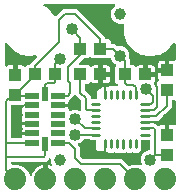
<source format=gbr>
G04 EAGLE Gerber RS-274X export*
G75*
%MOMM*%
%FSLAX34Y34*%
%LPD*%
%INTop Copper*%
%IPPOS*%
%AMOC8*
5,1,8,0,0,1.08239X$1,22.5*%
G01*
%ADD10R,1.200000X0.500000*%
%ADD11R,0.500000X1.200000*%
%ADD12R,1.000000X1.100000*%
%ADD13R,1.100000X1.000000*%
%ADD14C,1.879600*%
%ADD15C,0.279400*%
%ADD16C,1.000000*%
%ADD17C,1.016000*%
%ADD18C,0.203200*%

G36*
X131936Y90746D02*
X131936Y90746D01*
X132022Y90743D01*
X132077Y90758D01*
X132134Y90763D01*
X132214Y90794D01*
X132297Y90815D01*
X132346Y90844D01*
X132399Y90865D01*
X132468Y90917D01*
X132542Y90961D01*
X132581Y91002D01*
X132626Y91036D01*
X132678Y91105D01*
X132736Y91168D01*
X132762Y91218D01*
X132796Y91264D01*
X132827Y91345D01*
X132866Y91421D01*
X132874Y91470D01*
X132897Y91530D01*
X132908Y91675D01*
X132921Y91752D01*
X132921Y94783D01*
X134300Y96161D01*
X134335Y96208D01*
X134377Y96248D01*
X134420Y96321D01*
X134471Y96388D01*
X134492Y96443D01*
X134521Y96494D01*
X134542Y96575D01*
X134572Y96654D01*
X134577Y96713D01*
X134591Y96769D01*
X134588Y96853D01*
X134595Y96937D01*
X134584Y96995D01*
X134582Y97053D01*
X134556Y97133D01*
X134540Y97216D01*
X134513Y97268D01*
X134495Y97324D01*
X134455Y97380D01*
X134409Y97469D01*
X134340Y97541D01*
X134300Y97597D01*
X133937Y97960D01*
X133602Y98539D01*
X133429Y99186D01*
X133429Y102989D01*
X139954Y102989D01*
X140012Y102997D01*
X140070Y102995D01*
X140152Y103017D01*
X140235Y103029D01*
X140289Y103053D01*
X140345Y103067D01*
X140418Y103110D01*
X140495Y103145D01*
X140539Y103183D01*
X140590Y103213D01*
X140647Y103274D01*
X140712Y103329D01*
X140744Y103377D01*
X140784Y103420D01*
X140823Y103495D01*
X140869Y103565D01*
X140887Y103621D01*
X140914Y103673D01*
X140925Y103741D01*
X140955Y103836D01*
X140958Y103936D01*
X140969Y104004D01*
X140969Y105021D01*
X141986Y105021D01*
X142044Y105029D01*
X142102Y105028D01*
X142184Y105049D01*
X142267Y105061D01*
X142321Y105085D01*
X142377Y105099D01*
X142450Y105142D01*
X142527Y105177D01*
X142571Y105215D01*
X142622Y105245D01*
X142679Y105306D01*
X142744Y105361D01*
X142776Y105409D01*
X142816Y105452D01*
X142855Y105527D01*
X142901Y105597D01*
X142919Y105653D01*
X142946Y105705D01*
X142957Y105773D01*
X142987Y105868D01*
X142990Y105968D01*
X143001Y106036D01*
X143001Y113061D01*
X146304Y113061D01*
X147057Y112859D01*
X147106Y112853D01*
X147152Y112838D01*
X147246Y112836D01*
X147339Y112825D01*
X147388Y112832D01*
X147436Y112831D01*
X147527Y112855D01*
X147620Y112870D01*
X147664Y112891D01*
X147711Y112903D01*
X147792Y112951D01*
X147877Y112991D01*
X147914Y113023D01*
X147956Y113048D01*
X148020Y113117D01*
X148091Y113179D01*
X148117Y113220D01*
X148150Y113255D01*
X148193Y113339D01*
X148244Y113418D01*
X148258Y113465D01*
X148280Y113509D01*
X148292Y113582D01*
X148324Y113691D01*
X148325Y113778D01*
X148335Y113840D01*
X148335Y127167D01*
X148325Y127240D01*
X148325Y127314D01*
X148305Y127380D01*
X148295Y127449D01*
X148265Y127516D01*
X148245Y127586D01*
X148208Y127645D01*
X148179Y127708D01*
X148132Y127764D01*
X148092Y127826D01*
X148040Y127872D01*
X147996Y127925D01*
X147934Y127966D01*
X147879Y128015D01*
X147817Y128044D01*
X147759Y128083D01*
X147689Y128105D01*
X147622Y128136D01*
X147554Y128148D01*
X147488Y128168D01*
X147414Y128170D01*
X147342Y128182D01*
X147273Y128174D01*
X147204Y128176D01*
X147133Y128157D01*
X147059Y128148D01*
X146996Y128121D01*
X146929Y128104D01*
X146865Y128066D01*
X146798Y128038D01*
X146753Y127999D01*
X146684Y127959D01*
X146600Y127869D01*
X146542Y127820D01*
X141756Y122115D01*
X134851Y118129D01*
X127000Y116745D01*
X119149Y118129D01*
X112245Y122115D01*
X107120Y128222D01*
X104393Y135714D01*
X104393Y143336D01*
X104385Y143394D01*
X104387Y143452D01*
X104365Y143534D01*
X104353Y143618D01*
X104330Y143671D01*
X104315Y143727D01*
X104272Y143800D01*
X104237Y143877D01*
X104199Y143922D01*
X104170Y143972D01*
X104108Y144030D01*
X104054Y144094D01*
X104005Y144126D01*
X103962Y144166D01*
X103887Y144205D01*
X103817Y144252D01*
X103761Y144269D01*
X103709Y144296D01*
X103641Y144307D01*
X103546Y144337D01*
X103446Y144340D01*
X103378Y144351D01*
X99999Y144351D01*
X97041Y145577D01*
X94777Y147841D01*
X93551Y150799D01*
X93551Y154001D01*
X94777Y156959D01*
X97120Y159302D01*
X97137Y159326D01*
X97160Y159345D01*
X97222Y159439D01*
X97290Y159529D01*
X97301Y159557D01*
X97317Y159581D01*
X97351Y159689D01*
X97392Y159795D01*
X97394Y159824D01*
X97403Y159852D01*
X97406Y159966D01*
X97415Y160078D01*
X97409Y160107D01*
X97410Y160136D01*
X97382Y160246D01*
X97359Y160357D01*
X97346Y160383D01*
X97338Y160411D01*
X97281Y160509D01*
X97228Y160609D01*
X97208Y160631D01*
X97193Y160656D01*
X97111Y160733D01*
X97033Y160815D01*
X97007Y160830D01*
X96986Y160850D01*
X96885Y160902D01*
X96787Y160959D01*
X96759Y160966D01*
X96733Y160980D01*
X96655Y160993D01*
X96512Y161029D01*
X96449Y161027D01*
X96402Y161035D01*
X37449Y161035D01*
X37429Y161033D01*
X37410Y161035D01*
X37289Y161013D01*
X37167Y160995D01*
X37149Y160987D01*
X37130Y160984D01*
X37020Y160929D01*
X36908Y160879D01*
X36893Y160867D01*
X36875Y160858D01*
X36784Y160775D01*
X36691Y160696D01*
X36680Y160679D01*
X36665Y160666D01*
X36601Y160561D01*
X36533Y160459D01*
X36527Y160440D01*
X36517Y160424D01*
X36484Y160305D01*
X36447Y160188D01*
X36447Y160168D01*
X36442Y160149D01*
X36443Y160027D01*
X36440Y159904D01*
X36445Y159885D01*
X36445Y159865D01*
X36481Y159747D01*
X36512Y159629D01*
X36522Y159612D01*
X36528Y159593D01*
X36594Y159490D01*
X36657Y159384D01*
X36671Y159371D01*
X36682Y159354D01*
X36739Y159308D01*
X36864Y159190D01*
X36910Y159166D01*
X36941Y159141D01*
X40156Y157285D01*
X45280Y151178D01*
X45297Y151132D01*
X45361Y151011D01*
X45424Y150890D01*
X45428Y150886D01*
X45430Y150881D01*
X45525Y150783D01*
X45620Y150684D01*
X45625Y150681D01*
X45628Y150677D01*
X45748Y150609D01*
X45865Y150540D01*
X45870Y150538D01*
X45875Y150536D01*
X46010Y150503D01*
X46141Y150470D01*
X46146Y150470D01*
X46151Y150469D01*
X46289Y150474D01*
X46425Y150479D01*
X46430Y150480D01*
X46436Y150481D01*
X46566Y150524D01*
X46695Y150566D01*
X46699Y150569D01*
X46705Y150571D01*
X46939Y150733D01*
X46953Y150750D01*
X46969Y150761D01*
X50248Y154040D01*
X52926Y156719D01*
X64930Y156719D01*
X88765Y132884D01*
X88765Y132254D01*
X88773Y132196D01*
X88771Y132138D01*
X88793Y132056D01*
X88805Y131972D01*
X88828Y131919D01*
X88843Y131863D01*
X88886Y131790D01*
X88921Y131713D01*
X88959Y131668D01*
X88988Y131618D01*
X89050Y131560D01*
X89104Y131496D01*
X89153Y131464D01*
X89196Y131424D01*
X89271Y131385D01*
X89341Y131338D01*
X89397Y131321D01*
X89449Y131294D01*
X89517Y131283D01*
X89612Y131253D01*
X89712Y131250D01*
X89780Y131239D01*
X91463Y131239D01*
X93249Y129453D01*
X93249Y128270D01*
X93257Y128212D01*
X93255Y128154D01*
X93277Y128072D01*
X93289Y127988D01*
X93312Y127935D01*
X93327Y127879D01*
X93370Y127806D01*
X93405Y127729D01*
X93443Y127684D01*
X93472Y127634D01*
X93534Y127576D01*
X93588Y127512D01*
X93637Y127480D01*
X93680Y127440D01*
X93755Y127401D01*
X93825Y127354D01*
X93881Y127337D01*
X93933Y127310D01*
X94001Y127299D01*
X94096Y127269D01*
X94196Y127266D01*
X94264Y127255D01*
X96934Y127255D01*
X98456Y125733D01*
X98457Y125732D01*
X98458Y125731D01*
X98576Y125642D01*
X98683Y125562D01*
X98684Y125561D01*
X98686Y125560D01*
X98819Y125510D01*
X98948Y125461D01*
X98950Y125461D01*
X98952Y125460D01*
X99090Y125449D01*
X99232Y125437D01*
X99233Y125437D01*
X99235Y125437D01*
X99250Y125441D01*
X99429Y125477D01*
X102709Y125477D01*
X105697Y124239D01*
X107983Y121953D01*
X109221Y118965D01*
X109221Y115678D01*
X109220Y115675D01*
X109186Y115543D01*
X109186Y115541D01*
X109185Y115540D01*
X109190Y115397D01*
X109194Y115259D01*
X109194Y115257D01*
X109194Y115255D01*
X109238Y115121D01*
X109281Y114988D01*
X109281Y114986D01*
X109282Y114985D01*
X109291Y114973D01*
X109439Y114752D01*
X109462Y114732D01*
X109475Y114715D01*
X109475Y110664D01*
X109483Y110606D01*
X109481Y110548D01*
X109503Y110466D01*
X109515Y110382D01*
X109538Y110329D01*
X109553Y110273D01*
X109596Y110200D01*
X109631Y110123D01*
X109669Y110078D01*
X109698Y110028D01*
X109760Y109970D01*
X109814Y109906D01*
X109863Y109874D01*
X109906Y109834D01*
X109981Y109795D01*
X110051Y109748D01*
X110107Y109731D01*
X110159Y109704D01*
X110227Y109693D01*
X110322Y109663D01*
X110422Y109660D01*
X110490Y109649D01*
X112563Y109649D01*
X113941Y108270D01*
X113988Y108235D01*
X114028Y108193D01*
X114101Y108150D01*
X114168Y108099D01*
X114223Y108078D01*
X114274Y108049D01*
X114355Y108028D01*
X114434Y107998D01*
X114493Y107993D01*
X114549Y107979D01*
X114633Y107982D01*
X114717Y107975D01*
X114775Y107986D01*
X114833Y107988D01*
X114913Y108014D01*
X114996Y108030D01*
X115048Y108057D01*
X115104Y108075D01*
X115160Y108115D01*
X115249Y108161D01*
X115321Y108230D01*
X115377Y108270D01*
X115740Y108633D01*
X116319Y108968D01*
X116966Y109141D01*
X120769Y109141D01*
X120769Y102616D01*
X120777Y102558D01*
X120775Y102500D01*
X120797Y102418D01*
X120809Y102335D01*
X120833Y102281D01*
X120847Y102225D01*
X120890Y102152D01*
X120925Y102075D01*
X120963Y102031D01*
X120993Y101980D01*
X121054Y101923D01*
X121109Y101858D01*
X121157Y101826D01*
X121200Y101786D01*
X121275Y101747D01*
X121345Y101701D01*
X121401Y101683D01*
X121453Y101656D01*
X121521Y101645D01*
X121616Y101615D01*
X121716Y101612D01*
X121784Y101601D01*
X122801Y101601D01*
X122801Y100584D01*
X122809Y100526D01*
X122808Y100468D01*
X122829Y100386D01*
X122841Y100303D01*
X122865Y100249D01*
X122879Y100193D01*
X122922Y100120D01*
X122957Y100043D01*
X122995Y99998D01*
X123025Y99948D01*
X123086Y99890D01*
X123141Y99826D01*
X123189Y99794D01*
X123232Y99754D01*
X123307Y99715D01*
X123377Y99669D01*
X123433Y99651D01*
X123485Y99624D01*
X123553Y99613D01*
X123648Y99583D01*
X123748Y99580D01*
X123816Y99569D01*
X130841Y99569D01*
X130841Y96266D01*
X130668Y95619D01*
X130333Y95040D01*
X130157Y94864D01*
X130122Y94817D01*
X130080Y94777D01*
X130037Y94704D01*
X129986Y94637D01*
X129966Y94582D01*
X129936Y94532D01*
X129915Y94450D01*
X129885Y94371D01*
X129880Y94313D01*
X129866Y94256D01*
X129869Y94172D01*
X129862Y94088D01*
X129873Y94031D01*
X129875Y93972D01*
X129901Y93892D01*
X129918Y93809D01*
X129944Y93757D01*
X129963Y93702D01*
X130003Y93645D01*
X130048Y93557D01*
X130068Y93537D01*
X130968Y91364D01*
X131012Y91290D01*
X131047Y91211D01*
X131084Y91168D01*
X131113Y91119D01*
X131175Y91060D01*
X131231Y90994D01*
X131278Y90963D01*
X131319Y90924D01*
X131396Y90884D01*
X131467Y90837D01*
X131521Y90819D01*
X131572Y90793D01*
X131656Y90777D01*
X131738Y90751D01*
X131795Y90749D01*
X131851Y90738D01*
X131936Y90746D01*
G37*
G36*
X109136Y24094D02*
X109136Y24094D01*
X109138Y24094D01*
X109154Y24098D01*
X109414Y24150D01*
X109441Y24164D01*
X109465Y24170D01*
X111824Y25147D01*
X116776Y25147D01*
X118264Y24530D01*
X118292Y24523D01*
X118318Y24510D01*
X118430Y24488D01*
X118539Y24459D01*
X118569Y24460D01*
X118597Y24455D01*
X118710Y24464D01*
X118823Y24468D01*
X118851Y24476D01*
X118881Y24479D01*
X118986Y24520D01*
X119094Y24554D01*
X119119Y24570D01*
X119146Y24581D01*
X119236Y24649D01*
X119330Y24712D01*
X119349Y24735D01*
X119373Y24753D01*
X119441Y24843D01*
X119513Y24930D01*
X119525Y24957D01*
X119543Y24980D01*
X119583Y25086D01*
X119629Y25190D01*
X119633Y25219D01*
X119643Y25246D01*
X119652Y25359D01*
X119668Y25471D01*
X119664Y25500D01*
X119666Y25530D01*
X119648Y25606D01*
X119627Y25753D01*
X119601Y25810D01*
X119590Y25857D01*
X118871Y27593D01*
X118871Y30827D01*
X120109Y33815D01*
X122395Y36101D01*
X125383Y37339D01*
X125730Y37339D01*
X125788Y37347D01*
X125846Y37345D01*
X125928Y37367D01*
X126012Y37379D01*
X126065Y37402D01*
X126121Y37417D01*
X126194Y37460D01*
X126271Y37495D01*
X126316Y37533D01*
X126366Y37562D01*
X126424Y37624D01*
X126488Y37678D01*
X126520Y37727D01*
X126560Y37770D01*
X126599Y37845D01*
X126646Y37915D01*
X126663Y37971D01*
X126690Y38023D01*
X126701Y38091D01*
X126731Y38186D01*
X126734Y38286D01*
X126745Y38354D01*
X126745Y45031D01*
X126737Y45089D01*
X126739Y45147D01*
X126717Y45229D01*
X126705Y45313D01*
X126682Y45366D01*
X126667Y45422D01*
X126624Y45495D01*
X126589Y45572D01*
X126551Y45617D01*
X126522Y45667D01*
X126460Y45725D01*
X126406Y45789D01*
X126357Y45821D01*
X126314Y45861D01*
X126239Y45900D01*
X126169Y45947D01*
X126113Y45964D01*
X126061Y45991D01*
X125993Y46002D01*
X125898Y46032D01*
X125798Y46035D01*
X125730Y46046D01*
X120069Y46046D01*
X120011Y46038D01*
X119953Y46040D01*
X119871Y46018D01*
X119787Y46006D01*
X119734Y45983D01*
X119678Y45968D01*
X119605Y45925D01*
X119528Y45890D01*
X119483Y45852D01*
X119433Y45823D01*
X119375Y45761D01*
X119311Y45707D01*
X119279Y45658D01*
X119239Y45615D01*
X119200Y45540D01*
X119153Y45470D01*
X119136Y45414D01*
X119109Y45362D01*
X119098Y45294D01*
X119068Y45199D01*
X119065Y45099D01*
X119054Y45031D01*
X119054Y37848D01*
X116450Y35244D01*
X112766Y35244D01*
X112699Y35312D01*
X112652Y35347D01*
X112612Y35389D01*
X112539Y35432D01*
X112472Y35483D01*
X112417Y35504D01*
X112367Y35533D01*
X112285Y35554D01*
X112206Y35584D01*
X112148Y35589D01*
X112091Y35603D01*
X112007Y35601D01*
X111923Y35608D01*
X111865Y35596D01*
X111807Y35594D01*
X111727Y35568D01*
X111644Y35552D01*
X111592Y35525D01*
X111536Y35507D01*
X111480Y35467D01*
X111392Y35421D01*
X111319Y35352D01*
X111263Y35312D01*
X111195Y35244D01*
X107502Y35244D01*
X107485Y35262D01*
X107412Y35305D01*
X107345Y35356D01*
X107290Y35377D01*
X107240Y35406D01*
X107158Y35427D01*
X107079Y35457D01*
X107021Y35462D01*
X106964Y35476D01*
X106880Y35474D01*
X106796Y35481D01*
X106738Y35469D01*
X106680Y35467D01*
X106600Y35441D01*
X106517Y35425D01*
X106465Y35398D01*
X106409Y35380D01*
X106353Y35340D01*
X106265Y35294D01*
X106192Y35225D01*
X106136Y35185D01*
X105941Y34990D01*
X102258Y34990D01*
X102191Y35058D01*
X102144Y35093D01*
X102104Y35136D01*
X102031Y35178D01*
X101964Y35229D01*
X101909Y35250D01*
X101858Y35279D01*
X101777Y35300D01*
X101698Y35330D01*
X101640Y35335D01*
X101583Y35349D01*
X101499Y35347D01*
X101415Y35354D01*
X101357Y35342D01*
X101299Y35340D01*
X101219Y35314D01*
X101136Y35298D01*
X101084Y35271D01*
X101028Y35253D01*
X101016Y35244D01*
X97258Y35244D01*
X97191Y35312D01*
X97144Y35347D01*
X97104Y35389D01*
X97031Y35432D01*
X96964Y35483D01*
X96909Y35504D01*
X96859Y35533D01*
X96777Y35554D01*
X96698Y35584D01*
X96640Y35589D01*
X96583Y35603D01*
X96499Y35601D01*
X96415Y35608D01*
X96357Y35596D01*
X96299Y35594D01*
X96219Y35568D01*
X96136Y35552D01*
X96084Y35525D01*
X96028Y35507D01*
X95972Y35467D01*
X95884Y35421D01*
X95811Y35352D01*
X95755Y35312D01*
X95687Y35244D01*
X92005Y35244D01*
X91370Y35878D01*
X91316Y35919D01*
X91268Y35968D01*
X91203Y36004D01*
X91143Y36049D01*
X91079Y36074D01*
X91020Y36107D01*
X90948Y36124D01*
X90878Y36150D01*
X90810Y36156D01*
X90743Y36172D01*
X90669Y36168D01*
X90594Y36174D01*
X90527Y36161D01*
X90459Y36157D01*
X90401Y36135D01*
X90316Y36118D01*
X90214Y36066D01*
X90145Y36040D01*
X90112Y36021D01*
X89603Y35884D01*
X89606Y35913D01*
X89583Y36024D01*
X89568Y36136D01*
X89556Y36163D01*
X89550Y36192D01*
X89498Y36292D01*
X89451Y36396D01*
X89432Y36418D01*
X89419Y36444D01*
X89341Y36526D01*
X89268Y36613D01*
X89243Y36629D01*
X89223Y36650D01*
X89125Y36708D01*
X89031Y36770D01*
X89003Y36779D01*
X88978Y36794D01*
X88868Y36822D01*
X88760Y36856D01*
X88731Y36857D01*
X88702Y36864D01*
X88589Y36860D01*
X88476Y36863D01*
X88447Y36856D01*
X88418Y36855D01*
X88310Y36820D01*
X88201Y36792D01*
X88176Y36777D01*
X88148Y36768D01*
X88084Y36722D01*
X87956Y36646D01*
X87913Y36601D01*
X87874Y36573D01*
X87874Y36572D01*
X87821Y36503D01*
X87761Y36439D01*
X87736Y36389D01*
X87703Y36345D01*
X87672Y36264D01*
X87632Y36186D01*
X87624Y36138D01*
X87602Y36080D01*
X87590Y35932D01*
X87582Y35884D01*
X87072Y36021D01*
X86787Y36185D01*
X86697Y36222D01*
X86610Y36266D01*
X86571Y36272D01*
X86523Y36292D01*
X86352Y36309D01*
X86279Y36321D01*
X82557Y36321D01*
X80771Y38107D01*
X80771Y45031D01*
X80763Y45089D01*
X80765Y45147D01*
X80743Y45229D01*
X80731Y45313D01*
X80708Y45366D01*
X80693Y45422D01*
X80650Y45495D01*
X80615Y45572D01*
X80577Y45617D01*
X80548Y45667D01*
X80486Y45725D01*
X80432Y45789D01*
X80383Y45821D01*
X80340Y45861D01*
X80265Y45900D01*
X80195Y45947D01*
X80139Y45964D01*
X80087Y45991D01*
X80019Y46002D01*
X79924Y46032D01*
X79824Y46035D01*
X79756Y46046D01*
X75948Y46046D01*
X75865Y46130D01*
X75795Y46182D01*
X75731Y46242D01*
X75682Y46268D01*
X75638Y46301D01*
X75556Y46332D01*
X75478Y46372D01*
X75430Y46380D01*
X75372Y46402D01*
X75224Y46414D01*
X75147Y46427D01*
X70636Y46427D01*
X70634Y46427D01*
X70632Y46427D01*
X70492Y46407D01*
X70354Y46387D01*
X70353Y46387D01*
X70351Y46386D01*
X70221Y46328D01*
X70095Y46271D01*
X70094Y46270D01*
X70092Y46269D01*
X69983Y46177D01*
X69878Y46088D01*
X69877Y46086D01*
X69876Y46085D01*
X69867Y46071D01*
X69829Y46014D01*
X67470Y43655D01*
X66203Y43130D01*
X66104Y43072D01*
X66002Y43019D01*
X65982Y43000D01*
X65958Y42986D01*
X65880Y42902D01*
X65796Y42823D01*
X65782Y42799D01*
X65763Y42779D01*
X65711Y42677D01*
X65653Y42578D01*
X65646Y42551D01*
X65633Y42526D01*
X65611Y42413D01*
X65583Y42302D01*
X65583Y42275D01*
X65578Y42247D01*
X65588Y42133D01*
X65592Y42018D01*
X65600Y41992D01*
X65603Y41964D01*
X65644Y41857D01*
X65679Y41748D01*
X65694Y41727D01*
X65705Y41699D01*
X65849Y41508D01*
X65850Y41507D01*
X65865Y41487D01*
X65874Y41474D01*
X67565Y39784D01*
X67565Y32584D01*
X67577Y32498D01*
X67580Y32410D01*
X67597Y32358D01*
X67605Y32303D01*
X67640Y32223D01*
X67667Y32140D01*
X67695Y32100D01*
X67721Y32043D01*
X67817Y31930D01*
X67862Y31866D01*
X69966Y29762D01*
X70036Y29710D01*
X70100Y29650D01*
X70149Y29624D01*
X70194Y29591D01*
X70275Y29560D01*
X70353Y29520D01*
X70401Y29512D01*
X70459Y29490D01*
X70607Y29478D01*
X70684Y29465D01*
X103284Y29465D01*
X108359Y24390D01*
X108360Y24389D01*
X108361Y24387D01*
X108480Y24299D01*
X108586Y24219D01*
X108587Y24218D01*
X108589Y24217D01*
X108722Y24167D01*
X108852Y24118D01*
X108853Y24117D01*
X108855Y24117D01*
X108999Y24105D01*
X109135Y24094D01*
X109136Y24094D01*
G37*
G36*
X81084Y80962D02*
X81084Y80962D01*
X81142Y80960D01*
X81224Y80982D01*
X81308Y80994D01*
X81361Y81017D01*
X81417Y81032D01*
X81490Y81075D01*
X81567Y81110D01*
X81612Y81148D01*
X81662Y81177D01*
X81720Y81239D01*
X81784Y81293D01*
X81816Y81342D01*
X81856Y81385D01*
X81895Y81460D01*
X81942Y81530D01*
X81959Y81586D01*
X81986Y81638D01*
X81997Y81706D01*
X82027Y81801D01*
X82030Y81901D01*
X82041Y81969D01*
X82041Y87623D01*
X83827Y89409D01*
X84701Y89409D01*
X84788Y89421D01*
X84875Y89424D01*
X84928Y89441D01*
X84983Y89449D01*
X85063Y89484D01*
X85146Y89511D01*
X85185Y89539D01*
X85242Y89565D01*
X85356Y89661D01*
X85419Y89706D01*
X86174Y90461D01*
X87072Y90979D01*
X87577Y91115D01*
X87577Y89875D01*
X87589Y89789D01*
X87592Y89701D01*
X87609Y89649D01*
X87616Y89594D01*
X87652Y89514D01*
X87679Y89431D01*
X87707Y89392D01*
X87733Y89335D01*
X87829Y89221D01*
X87874Y89158D01*
X87874Y89157D01*
X87898Y89140D01*
X87916Y89118D01*
X87917Y89117D01*
X88011Y89054D01*
X88101Y88986D01*
X88129Y88976D01*
X88153Y88960D01*
X88261Y88925D01*
X88367Y88885D01*
X88396Y88883D01*
X88424Y88874D01*
X88538Y88871D01*
X88650Y88862D01*
X88679Y88867D01*
X88708Y88867D01*
X88818Y88895D01*
X88929Y88917D01*
X88955Y88931D01*
X88984Y88938D01*
X89081Y88996D01*
X89181Y89048D01*
X89203Y89069D01*
X89228Y89084D01*
X89305Y89166D01*
X89388Y89244D01*
X89402Y89270D01*
X89422Y89291D01*
X89474Y89392D01*
X89531Y89490D01*
X89539Y89518D01*
X89552Y89544D01*
X89565Y89621D01*
X89601Y89765D01*
X89599Y89828D01*
X89607Y89875D01*
X89607Y91115D01*
X90112Y90979D01*
X90145Y90960D01*
X90208Y90935D01*
X90267Y90900D01*
X90339Y90882D01*
X90409Y90854D01*
X90476Y90847D01*
X90542Y90830D01*
X90617Y90833D01*
X90691Y90825D01*
X90758Y90837D01*
X90827Y90839D01*
X90898Y90862D01*
X90971Y90876D01*
X91032Y90906D01*
X91097Y90927D01*
X91148Y90963D01*
X91226Y91002D01*
X91310Y91079D01*
X91370Y91122D01*
X92005Y91756D01*
X95688Y91756D01*
X95755Y91688D01*
X95802Y91653D01*
X95842Y91611D01*
X95915Y91568D01*
X95982Y91517D01*
X96037Y91496D01*
X96087Y91467D01*
X96169Y91446D01*
X96248Y91416D01*
X96306Y91411D01*
X96363Y91397D01*
X96447Y91399D01*
X96531Y91392D01*
X96589Y91404D01*
X96647Y91406D01*
X96727Y91432D01*
X96810Y91448D01*
X96862Y91475D01*
X96918Y91493D01*
X96974Y91533D01*
X97062Y91579D01*
X97135Y91648D01*
X97191Y91688D01*
X97259Y91756D01*
X98382Y91756D01*
X98411Y91760D01*
X98440Y91757D01*
X98551Y91780D01*
X98663Y91796D01*
X98690Y91808D01*
X98719Y91813D01*
X98819Y91866D01*
X98923Y91912D01*
X98945Y91931D01*
X98971Y91944D01*
X99053Y92022D01*
X99140Y92095D01*
X99156Y92120D01*
X99177Y92140D01*
X99234Y92238D01*
X99297Y92332D01*
X99306Y92360D01*
X99321Y92385D01*
X99349Y92495D01*
X99383Y92603D01*
X99384Y92633D01*
X99391Y92661D01*
X99387Y92774D01*
X99390Y92887D01*
X99383Y92916D01*
X99382Y92945D01*
X99347Y93053D01*
X99318Y93162D01*
X99303Y93188D01*
X99294Y93216D01*
X99249Y93279D01*
X99173Y93407D01*
X99128Y93450D01*
X99100Y93489D01*
X97251Y95337D01*
X97251Y107863D01*
X97787Y108399D01*
X97856Y108491D01*
X97930Y108579D01*
X97942Y108604D01*
X97958Y108626D01*
X97999Y108734D01*
X98046Y108838D01*
X98050Y108866D01*
X98059Y108892D01*
X98069Y109006D01*
X98085Y109120D01*
X98081Y109147D01*
X98083Y109175D01*
X98060Y109288D01*
X98044Y109401D01*
X98033Y109427D01*
X98027Y109454D01*
X97974Y109556D01*
X97927Y109660D01*
X97909Y109681D01*
X97896Y109706D01*
X97817Y109789D01*
X97743Y109877D01*
X97721Y109890D01*
X97700Y109912D01*
X97471Y110047D01*
X97458Y110055D01*
X96487Y110457D01*
X94201Y112743D01*
X93278Y114971D01*
X93220Y115070D01*
X93167Y115172D01*
X93148Y115192D01*
X93134Y115216D01*
X93050Y115295D01*
X92971Y115378D01*
X92947Y115392D01*
X92927Y115411D01*
X92825Y115464D01*
X92726Y115522D01*
X92699Y115529D01*
X92674Y115541D01*
X92562Y115564D01*
X92450Y115592D01*
X92422Y115591D01*
X92395Y115596D01*
X92281Y115587D01*
X92166Y115583D01*
X92140Y115574D01*
X92112Y115572D01*
X92005Y115531D01*
X91895Y115495D01*
X91875Y115481D01*
X91847Y115470D01*
X91635Y115310D01*
X91622Y115301D01*
X91463Y115141D01*
X77937Y115141D01*
X76918Y116161D01*
X76871Y116196D01*
X76831Y116238D01*
X76758Y116281D01*
X76691Y116331D01*
X76636Y116352D01*
X76586Y116382D01*
X76504Y116403D01*
X76425Y116433D01*
X76367Y116438D01*
X76310Y116452D01*
X76226Y116449D01*
X76142Y116456D01*
X76084Y116445D01*
X76026Y116443D01*
X75946Y116417D01*
X75863Y116400D01*
X75811Y116373D01*
X75755Y116355D01*
X75699Y116315D01*
X75611Y116269D01*
X75538Y116201D01*
X75482Y116161D01*
X74463Y115141D01*
X71018Y115141D01*
X70932Y115129D01*
X70844Y115126D01*
X70792Y115109D01*
X70737Y115101D01*
X70657Y115066D01*
X70574Y115039D01*
X70534Y115011D01*
X70477Y114985D01*
X70364Y114889D01*
X70300Y114844D01*
X66838Y111382D01*
X66821Y111358D01*
X66798Y111339D01*
X66735Y111245D01*
X66667Y111155D01*
X66657Y111127D01*
X66641Y111103D01*
X66606Y110995D01*
X66566Y110889D01*
X66564Y110860D01*
X66555Y110832D01*
X66552Y110718D01*
X66543Y110606D01*
X66548Y110577D01*
X66548Y110548D01*
X66576Y110438D01*
X66598Y110327D01*
X66612Y110301D01*
X66619Y110273D01*
X66677Y110175D01*
X66729Y110075D01*
X66750Y110053D01*
X66765Y110028D01*
X66847Y109951D01*
X66925Y109869D01*
X66951Y109854D01*
X66972Y109834D01*
X67073Y109782D01*
X67171Y109725D01*
X67199Y109718D01*
X67225Y109704D01*
X67302Y109691D01*
X67446Y109655D01*
X67509Y109657D01*
X67556Y109649D01*
X74463Y109649D01*
X75841Y108270D01*
X75888Y108235D01*
X75928Y108193D01*
X76001Y108150D01*
X76068Y108099D01*
X76123Y108078D01*
X76174Y108049D01*
X76255Y108028D01*
X76334Y107998D01*
X76393Y107993D01*
X76449Y107979D01*
X76533Y107982D01*
X76617Y107975D01*
X76675Y107986D01*
X76733Y107988D01*
X76813Y108014D01*
X76896Y108030D01*
X76948Y108057D01*
X77004Y108075D01*
X77060Y108115D01*
X77149Y108161D01*
X77221Y108230D01*
X77277Y108270D01*
X77640Y108633D01*
X78219Y108968D01*
X78866Y109141D01*
X82669Y109141D01*
X82669Y102616D01*
X82677Y102558D01*
X82675Y102500D01*
X82697Y102418D01*
X82709Y102335D01*
X82733Y102281D01*
X82747Y102225D01*
X82790Y102152D01*
X82825Y102075D01*
X82863Y102031D01*
X82893Y101980D01*
X82954Y101923D01*
X83009Y101858D01*
X83057Y101826D01*
X83100Y101786D01*
X83175Y101747D01*
X83245Y101701D01*
X83301Y101683D01*
X83353Y101656D01*
X83421Y101645D01*
X83516Y101615D01*
X83616Y101612D01*
X83684Y101601D01*
X84701Y101601D01*
X84701Y101599D01*
X83684Y101599D01*
X83626Y101591D01*
X83568Y101592D01*
X83486Y101571D01*
X83403Y101559D01*
X83349Y101535D01*
X83293Y101521D01*
X83220Y101478D01*
X83143Y101443D01*
X83098Y101405D01*
X83048Y101375D01*
X82990Y101314D01*
X82926Y101259D01*
X82894Y101211D01*
X82854Y101168D01*
X82815Y101093D01*
X82769Y101023D01*
X82751Y100967D01*
X82724Y100915D01*
X82713Y100847D01*
X82683Y100752D01*
X82680Y100652D01*
X82669Y100584D01*
X82669Y94059D01*
X78866Y94059D01*
X78219Y94232D01*
X77640Y94567D01*
X77277Y94930D01*
X77230Y94965D01*
X77190Y95007D01*
X77117Y95050D01*
X77050Y95101D01*
X76995Y95122D01*
X76945Y95151D01*
X76863Y95172D01*
X76784Y95202D01*
X76726Y95207D01*
X76669Y95221D01*
X76585Y95218D01*
X76501Y95225D01*
X76444Y95214D01*
X76385Y95212D01*
X76305Y95186D01*
X76222Y95170D01*
X76170Y95143D01*
X76115Y95125D01*
X76058Y95084D01*
X75970Y95039D01*
X75898Y94970D01*
X75841Y94930D01*
X74463Y93551D01*
X72780Y93551D01*
X72722Y93543D01*
X72664Y93545D01*
X72582Y93523D01*
X72498Y93511D01*
X72445Y93488D01*
X72389Y93473D01*
X72316Y93430D01*
X72239Y93395D01*
X72194Y93357D01*
X72144Y93328D01*
X72086Y93266D01*
X72022Y93212D01*
X71990Y93163D01*
X71950Y93120D01*
X71911Y93045D01*
X71864Y92975D01*
X71847Y92919D01*
X71820Y92867D01*
X71809Y92799D01*
X71779Y92704D01*
X71776Y92604D01*
X71765Y92536D01*
X71765Y88074D01*
X71777Y87988D01*
X71780Y87900D01*
X71797Y87848D01*
X71805Y87793D01*
X71840Y87713D01*
X71867Y87630D01*
X71895Y87590D01*
X71921Y87533D01*
X72017Y87420D01*
X72062Y87356D01*
X76328Y83091D01*
X76328Y81969D01*
X76336Y81911D01*
X76334Y81853D01*
X76356Y81771D01*
X76368Y81687D01*
X76391Y81634D01*
X76406Y81578D01*
X76449Y81505D01*
X76484Y81428D01*
X76522Y81383D01*
X76551Y81333D01*
X76613Y81275D01*
X76667Y81211D01*
X76716Y81179D01*
X76759Y81139D01*
X76834Y81100D01*
X76904Y81053D01*
X76960Y81036D01*
X77012Y81009D01*
X77080Y80998D01*
X77175Y80968D01*
X77275Y80965D01*
X77343Y80954D01*
X81026Y80954D01*
X81084Y80962D01*
G37*
G36*
X13774Y101219D02*
X13774Y101219D01*
X13832Y101218D01*
X13914Y101239D01*
X13997Y101251D01*
X14051Y101275D01*
X14107Y101289D01*
X14180Y101332D01*
X14257Y101367D01*
X14301Y101405D01*
X14352Y101435D01*
X14409Y101496D01*
X14474Y101551D01*
X14506Y101599D01*
X14546Y101642D01*
X14585Y101717D01*
X14631Y101787D01*
X14649Y101843D01*
X14676Y101895D01*
X14687Y101963D01*
X14717Y102058D01*
X14720Y102158D01*
X14731Y102226D01*
X14731Y109251D01*
X18034Y109251D01*
X18681Y109078D01*
X19260Y108743D01*
X19748Y108255D01*
X19756Y108240D01*
X19820Y108172D01*
X19878Y108098D01*
X19918Y108070D01*
X19951Y108034D01*
X20032Y107987D01*
X20108Y107932D01*
X20155Y107915D01*
X20197Y107890D01*
X20287Y107867D01*
X20376Y107836D01*
X20425Y107832D01*
X20472Y107820D01*
X20566Y107823D01*
X20660Y107817D01*
X20707Y107828D01*
X20756Y107829D01*
X20846Y107858D01*
X20937Y107878D01*
X20980Y107902D01*
X21027Y107917D01*
X21087Y107960D01*
X21187Y108014D01*
X21249Y108075D01*
X21300Y108112D01*
X22837Y109649D01*
X24520Y109649D01*
X24578Y109657D01*
X24636Y109655D01*
X24718Y109677D01*
X24802Y109689D01*
X24855Y109712D01*
X24911Y109727D01*
X24984Y109770D01*
X25061Y109805D01*
X25106Y109843D01*
X25156Y109872D01*
X25214Y109934D01*
X25278Y109988D01*
X25310Y110037D01*
X25350Y110080D01*
X25389Y110155D01*
X25436Y110225D01*
X25453Y110281D01*
X25480Y110333D01*
X25491Y110401D01*
X25521Y110496D01*
X25524Y110596D01*
X25534Y110658D01*
X30676Y115799D01*
X30747Y115893D01*
X30822Y115984D01*
X30832Y116007D01*
X30847Y116027D01*
X30889Y116137D01*
X30936Y116244D01*
X30939Y116269D01*
X30948Y116292D01*
X30958Y116409D01*
X30973Y116526D01*
X30970Y116551D01*
X30972Y116576D01*
X30949Y116691D01*
X30931Y116807D01*
X30921Y116830D01*
X30916Y116854D01*
X30862Y116958D01*
X30813Y117066D01*
X30796Y117085D01*
X30785Y117107D01*
X30704Y117192D01*
X30627Y117281D01*
X30606Y117295D01*
X30589Y117313D01*
X30487Y117372D01*
X30389Y117437D01*
X30365Y117444D01*
X30344Y117457D01*
X30230Y117485D01*
X30118Y117520D01*
X30095Y117520D01*
X30068Y117527D01*
X29784Y117518D01*
X29783Y117517D01*
X29782Y117517D01*
X25400Y116745D01*
X17549Y118129D01*
X10645Y122115D01*
X5858Y127820D01*
X5803Y127869D01*
X5755Y127925D01*
X5698Y127964D01*
X5646Y128010D01*
X5580Y128042D01*
X5519Y128083D01*
X5453Y128104D01*
X5390Y128134D01*
X5318Y128146D01*
X5248Y128168D01*
X5179Y128170D01*
X5110Y128182D01*
X5037Y128174D01*
X4964Y128176D01*
X4897Y128158D01*
X4828Y128151D01*
X4760Y128123D01*
X4689Y128104D01*
X4629Y128069D01*
X4565Y128042D01*
X4507Y127996D01*
X4444Y127959D01*
X4397Y127908D01*
X4343Y127865D01*
X4300Y127805D01*
X4250Y127751D01*
X4218Y127690D01*
X4178Y127633D01*
X4154Y127564D01*
X4120Y127498D01*
X4110Y127440D01*
X4084Y127365D01*
X4077Y127243D01*
X4065Y127167D01*
X4065Y109119D01*
X4069Y109090D01*
X4066Y109061D01*
X4071Y109035D01*
X4071Y109033D01*
X4073Y109026D01*
X4089Y108950D01*
X4105Y108837D01*
X4117Y108811D01*
X4122Y108782D01*
X4174Y108681D01*
X4221Y108578D01*
X4240Y108556D01*
X4253Y108530D01*
X4331Y108447D01*
X4404Y108361D01*
X4429Y108345D01*
X4449Y108323D01*
X4547Y108266D01*
X4641Y108203D01*
X4669Y108195D01*
X4694Y108180D01*
X4804Y108152D01*
X4912Y108118D01*
X4941Y108117D01*
X4970Y108110D01*
X5083Y108113D01*
X5196Y108110D01*
X5225Y108118D01*
X5254Y108119D01*
X5362Y108154D01*
X5471Y108182D01*
X5497Y108197D01*
X5525Y108206D01*
X5589Y108252D01*
X5716Y108327D01*
X5759Y108373D01*
X5798Y108401D01*
X6140Y108743D01*
X6719Y109078D01*
X7366Y109251D01*
X10669Y109251D01*
X10669Y102226D01*
X10677Y102168D01*
X10675Y102110D01*
X10697Y102028D01*
X10709Y101945D01*
X10733Y101891D01*
X10747Y101835D01*
X10790Y101762D01*
X10825Y101685D01*
X10863Y101640D01*
X10893Y101590D01*
X10954Y101533D01*
X11009Y101468D01*
X11057Y101436D01*
X11100Y101396D01*
X11175Y101357D01*
X11245Y101311D01*
X11301Y101293D01*
X11353Y101266D01*
X11421Y101255D01*
X11516Y101225D01*
X11616Y101222D01*
X11684Y101211D01*
X13716Y101211D01*
X13774Y101219D01*
G37*
G36*
X17602Y47573D02*
X17602Y47573D01*
X17660Y47571D01*
X17742Y47593D01*
X17826Y47605D01*
X17879Y47628D01*
X17935Y47643D01*
X18008Y47686D01*
X18085Y47721D01*
X18130Y47759D01*
X18180Y47788D01*
X18238Y47850D01*
X18302Y47904D01*
X18334Y47953D01*
X18374Y47996D01*
X18413Y48071D01*
X18460Y48141D01*
X18477Y48197D01*
X18504Y48249D01*
X18515Y48317D01*
X18545Y48412D01*
X18548Y48512D01*
X18559Y48580D01*
X18559Y50251D01*
X23632Y50251D01*
X23661Y50255D01*
X23690Y50252D01*
X23801Y50275D01*
X23913Y50291D01*
X23940Y50302D01*
X23969Y50308D01*
X24069Y50361D01*
X24173Y50407D01*
X24195Y50426D01*
X24221Y50439D01*
X24303Y50517D01*
X24390Y50590D01*
X24406Y50615D01*
X24427Y50635D01*
X24484Y50733D01*
X24547Y50827D01*
X24556Y50855D01*
X24571Y50880D01*
X24599Y50990D01*
X24633Y51098D01*
X24634Y51128D01*
X24641Y51156D01*
X24637Y51269D01*
X24640Y51382D01*
X24633Y51411D01*
X24632Y51440D01*
X24597Y51548D01*
X24568Y51657D01*
X24554Y51682D01*
X24544Y51711D01*
X24499Y51774D01*
X24423Y51902D01*
X24410Y51914D01*
X24409Y51916D01*
X24376Y51947D01*
X24350Y51984D01*
X23882Y52452D01*
X23812Y52505D01*
X23748Y52564D01*
X23699Y52590D01*
X23654Y52623D01*
X23573Y52654D01*
X23495Y52694D01*
X23447Y52702D01*
X23389Y52724D01*
X23241Y52736D01*
X23164Y52749D01*
X18559Y52749D01*
X18559Y54334D01*
X18732Y54981D01*
X18739Y54992D01*
X18768Y55065D01*
X18806Y55133D01*
X18821Y55196D01*
X18845Y55256D01*
X18853Y55334D01*
X18871Y55409D01*
X18868Y55474D01*
X18874Y55539D01*
X18861Y55615D01*
X18857Y55693D01*
X18837Y55745D01*
X18824Y55818D01*
X18766Y55935D01*
X18739Y56008D01*
X18732Y56019D01*
X18559Y56666D01*
X18559Y58251D01*
X23293Y58251D01*
X23379Y58263D01*
X23467Y58266D01*
X23519Y58283D01*
X23574Y58291D01*
X23654Y58326D01*
X23737Y58353D01*
X23776Y58381D01*
X23834Y58407D01*
X23947Y58503D01*
X24011Y58548D01*
X24479Y59016D01*
X24496Y59040D01*
X24519Y59059D01*
X24582Y59153D01*
X24649Y59243D01*
X24660Y59271D01*
X24676Y59295D01*
X24710Y59403D01*
X24751Y59509D01*
X24753Y59538D01*
X24762Y59566D01*
X24765Y59680D01*
X24774Y59792D01*
X24769Y59821D01*
X24769Y59850D01*
X24741Y59960D01*
X24718Y60071D01*
X24705Y60097D01*
X24697Y60125D01*
X24640Y60223D01*
X24587Y60323D01*
X24567Y60345D01*
X24552Y60370D01*
X24470Y60447D01*
X24392Y60529D01*
X24366Y60544D01*
X24345Y60564D01*
X24244Y60616D01*
X24146Y60673D01*
X24118Y60680D01*
X24092Y60694D01*
X24014Y60707D01*
X23871Y60743D01*
X23808Y60741D01*
X23761Y60749D01*
X18559Y60749D01*
X18559Y62334D01*
X18597Y62474D01*
X18606Y62551D01*
X18625Y62627D01*
X18623Y62691D01*
X18631Y62756D01*
X18619Y62833D01*
X18616Y62911D01*
X18596Y62973D01*
X18586Y63037D01*
X18553Y63107D01*
X18529Y63181D01*
X18496Y63227D01*
X18465Y63294D01*
X18379Y63391D01*
X18334Y63455D01*
X18051Y63737D01*
X18051Y71263D01*
X18334Y71545D01*
X18381Y71608D01*
X18435Y71663D01*
X18466Y71721D01*
X18505Y71773D01*
X18532Y71845D01*
X18569Y71914D01*
X18583Y71977D01*
X18606Y72038D01*
X18612Y72116D01*
X18629Y72192D01*
X18623Y72248D01*
X18630Y72322D01*
X18604Y72449D01*
X18597Y72526D01*
X18559Y72666D01*
X18559Y74646D01*
X18551Y74702D01*
X18553Y74747D01*
X18552Y74749D01*
X18553Y74762D01*
X18531Y74844D01*
X18519Y74928D01*
X18496Y74981D01*
X18481Y75037D01*
X18438Y75110D01*
X18403Y75187D01*
X18365Y75232D01*
X18336Y75282D01*
X18274Y75340D01*
X18220Y75404D01*
X18171Y75436D01*
X18128Y75476D01*
X18053Y75515D01*
X17983Y75562D01*
X17927Y75579D01*
X17875Y75606D01*
X17807Y75617D01*
X17712Y75647D01*
X17612Y75650D01*
X17544Y75661D01*
X10160Y75661D01*
X10102Y75653D01*
X10044Y75655D01*
X9962Y75633D01*
X9878Y75621D01*
X9825Y75598D01*
X9769Y75583D01*
X9696Y75540D01*
X9619Y75505D01*
X9574Y75467D01*
X9524Y75438D01*
X9466Y75376D01*
X9402Y75322D01*
X9370Y75273D01*
X9330Y75230D01*
X9291Y75155D01*
X9244Y75085D01*
X9227Y75029D01*
X9200Y74977D01*
X9189Y74909D01*
X9159Y74814D01*
X9156Y74714D01*
X9145Y74646D01*
X9145Y48580D01*
X9153Y48522D01*
X9151Y48464D01*
X9173Y48382D01*
X9185Y48298D01*
X9208Y48245D01*
X9223Y48189D01*
X9266Y48116D01*
X9301Y48039D01*
X9339Y47994D01*
X9368Y47944D01*
X9430Y47886D01*
X9484Y47822D01*
X9533Y47790D01*
X9576Y47750D01*
X9651Y47711D01*
X9721Y47664D01*
X9777Y47647D01*
X9829Y47620D01*
X9897Y47609D01*
X9992Y47579D01*
X10092Y47576D01*
X10160Y47565D01*
X17544Y47565D01*
X17602Y47573D01*
G37*
G36*
X39174Y12709D02*
X39174Y12709D01*
X39232Y12708D01*
X39314Y12729D01*
X39397Y12741D01*
X39451Y12765D01*
X39507Y12779D01*
X39580Y12822D01*
X39657Y12857D01*
X39702Y12895D01*
X39752Y12925D01*
X39810Y12986D01*
X39874Y13041D01*
X39906Y13089D01*
X39946Y13132D01*
X39985Y13207D01*
X40031Y13277D01*
X40049Y13333D01*
X40076Y13385D01*
X40087Y13453D01*
X40117Y13548D01*
X40120Y13648D01*
X40131Y13716D01*
X40131Y24466D01*
X40896Y24345D01*
X42508Y23821D01*
X42638Y23798D01*
X42766Y23773D01*
X42777Y23774D01*
X42788Y23772D01*
X42919Y23786D01*
X43050Y23797D01*
X43060Y23801D01*
X43070Y23802D01*
X43192Y23852D01*
X43315Y23899D01*
X43324Y23906D01*
X43334Y23910D01*
X43437Y23991D01*
X43542Y24071D01*
X43548Y24079D01*
X43557Y24086D01*
X43633Y24193D01*
X43712Y24299D01*
X43716Y24309D01*
X43722Y24317D01*
X43766Y24442D01*
X43812Y24565D01*
X43813Y24575D01*
X43817Y24585D01*
X43824Y24716D01*
X43835Y24848D01*
X43833Y24858D01*
X43833Y24869D01*
X43771Y25147D01*
X43763Y25161D01*
X43759Y25175D01*
X42751Y27609D01*
X42751Y29472D01*
X42747Y29501D01*
X42750Y29530D01*
X42727Y29641D01*
X42711Y29753D01*
X42699Y29780D01*
X42694Y29809D01*
X42641Y29909D01*
X42595Y30013D01*
X42576Y30035D01*
X42563Y30061D01*
X42485Y30143D01*
X42412Y30230D01*
X42387Y30246D01*
X42367Y30267D01*
X42269Y30325D01*
X42175Y30387D01*
X42147Y30396D01*
X42122Y30411D01*
X42012Y30439D01*
X41904Y30473D01*
X41874Y30474D01*
X41846Y30481D01*
X41733Y30478D01*
X41620Y30480D01*
X41591Y30473D01*
X41562Y30472D01*
X41454Y30437D01*
X41345Y30409D01*
X41319Y30394D01*
X41291Y30385D01*
X41228Y30339D01*
X41100Y30263D01*
X41057Y30218D01*
X41018Y30190D01*
X38514Y27685D01*
X10160Y27685D01*
X10102Y27677D01*
X10044Y27679D01*
X9962Y27657D01*
X9878Y27645D01*
X9825Y27622D01*
X9769Y27607D01*
X9696Y27564D01*
X9619Y27529D01*
X9574Y27491D01*
X9524Y27462D01*
X9466Y27400D01*
X9402Y27346D01*
X9370Y27297D01*
X9330Y27254D01*
X9291Y27179D01*
X9244Y27109D01*
X9227Y27053D01*
X9200Y27001D01*
X9189Y26933D01*
X9159Y26838D01*
X9156Y26738D01*
X9145Y26670D01*
X9145Y26162D01*
X9153Y26104D01*
X9151Y26046D01*
X9173Y25964D01*
X9185Y25880D01*
X9208Y25827D01*
X9223Y25771D01*
X9266Y25698D01*
X9301Y25621D01*
X9339Y25576D01*
X9368Y25526D01*
X9430Y25468D01*
X9484Y25404D01*
X9533Y25372D01*
X9576Y25332D01*
X9651Y25293D01*
X9721Y25246D01*
X9777Y25229D01*
X9829Y25202D01*
X9897Y25191D01*
X9992Y25161D01*
X10092Y25158D01*
X10160Y25147D01*
X15176Y25147D01*
X19751Y23252D01*
X23252Y19751D01*
X24769Y16089D01*
X24804Y16029D01*
X24830Y15965D01*
X24876Y15907D01*
X24913Y15844D01*
X24963Y15796D01*
X25006Y15742D01*
X25066Y15699D01*
X25120Y15649D01*
X25181Y15617D01*
X25238Y15577D01*
X25307Y15552D01*
X25373Y15518D01*
X25440Y15505D01*
X25506Y15482D01*
X25579Y15478D01*
X25652Y15463D01*
X25720Y15469D01*
X25789Y15465D01*
X25861Y15481D01*
X25935Y15488D01*
X25999Y15513D01*
X26067Y15528D01*
X26131Y15563D01*
X26200Y15590D01*
X26255Y15631D01*
X26316Y15665D01*
X26368Y15717D01*
X26427Y15761D01*
X26468Y15817D01*
X26517Y15866D01*
X26546Y15921D01*
X26597Y15989D01*
X26638Y16097D01*
X26672Y16163D01*
X27036Y17283D01*
X27889Y18957D01*
X28994Y20478D01*
X30322Y21806D01*
X31843Y22911D01*
X33517Y23764D01*
X35304Y24345D01*
X36069Y24466D01*
X36069Y13716D01*
X36077Y13658D01*
X36075Y13600D01*
X36097Y13518D01*
X36109Y13435D01*
X36133Y13381D01*
X36147Y13325D01*
X36190Y13252D01*
X36225Y13175D01*
X36263Y13131D01*
X36293Y13080D01*
X36354Y13023D01*
X36409Y12958D01*
X36457Y12926D01*
X36500Y12886D01*
X36575Y12847D01*
X36645Y12801D01*
X36701Y12783D01*
X36753Y12756D01*
X36821Y12745D01*
X36916Y12715D01*
X37016Y12712D01*
X37084Y12701D01*
X39116Y12701D01*
X39174Y12709D01*
G37*
G36*
X142044Y50419D02*
X142044Y50419D01*
X142102Y50418D01*
X142184Y50439D01*
X142267Y50451D01*
X142321Y50475D01*
X142377Y50489D01*
X142450Y50532D01*
X142527Y50567D01*
X142571Y50605D01*
X142622Y50635D01*
X142679Y50696D01*
X142744Y50751D01*
X142776Y50799D01*
X142816Y50842D01*
X142855Y50917D01*
X142901Y50987D01*
X142919Y51043D01*
X142946Y51095D01*
X142957Y51163D01*
X142987Y51258D01*
X142990Y51358D01*
X143001Y51426D01*
X143001Y58451D01*
X146304Y58451D01*
X147057Y58249D01*
X147106Y58243D01*
X147152Y58228D01*
X147246Y58226D01*
X147339Y58215D01*
X147388Y58222D01*
X147436Y58221D01*
X147527Y58245D01*
X147620Y58260D01*
X147664Y58281D01*
X147711Y58293D01*
X147792Y58341D01*
X147877Y58381D01*
X147914Y58413D01*
X147956Y58438D01*
X148020Y58507D01*
X148091Y58569D01*
X148117Y58610D01*
X148150Y58645D01*
X148193Y58729D01*
X148244Y58808D01*
X148258Y58855D01*
X148280Y58899D01*
X148292Y58972D01*
X148324Y59081D01*
X148325Y59168D01*
X148335Y59230D01*
X148335Y78456D01*
X148327Y78514D01*
X148329Y78572D01*
X148307Y78654D01*
X148295Y78738D01*
X148272Y78791D01*
X148257Y78847D01*
X148214Y78920D01*
X148179Y78997D01*
X148141Y79042D01*
X148112Y79092D01*
X148050Y79150D01*
X147996Y79214D01*
X147947Y79246D01*
X147904Y79286D01*
X147829Y79325D01*
X147759Y79372D01*
X147703Y79389D01*
X147651Y79416D01*
X147583Y79427D01*
X147488Y79457D01*
X147388Y79460D01*
X147320Y79471D01*
X146050Y79471D01*
X145992Y79463D01*
X145934Y79465D01*
X145852Y79443D01*
X145768Y79431D01*
X145715Y79408D01*
X145659Y79393D01*
X145586Y79350D01*
X145509Y79315D01*
X145464Y79277D01*
X145414Y79248D01*
X145356Y79186D01*
X145292Y79132D01*
X145260Y79083D01*
X145220Y79040D01*
X145181Y78965D01*
X145134Y78895D01*
X145117Y78839D01*
X145090Y78787D01*
X145079Y78719D01*
X145049Y78624D01*
X145046Y78524D01*
X145035Y78456D01*
X145035Y73246D01*
X133764Y61975D01*
X130363Y61975D01*
X130305Y61967D01*
X130247Y61969D01*
X130165Y61947D01*
X130081Y61935D01*
X130028Y61912D01*
X129972Y61897D01*
X129899Y61854D01*
X129822Y61819D01*
X129777Y61781D01*
X129727Y61752D01*
X129669Y61690D01*
X129605Y61636D01*
X129573Y61587D01*
X129533Y61544D01*
X129494Y61469D01*
X129447Y61399D01*
X129430Y61343D01*
X129403Y61291D01*
X129392Y61223D01*
X129362Y61128D01*
X129359Y61028D01*
X129348Y60960D01*
X129348Y60826D01*
X129356Y60768D01*
X129354Y60710D01*
X129376Y60628D01*
X129388Y60544D01*
X129411Y60491D01*
X129426Y60435D01*
X129469Y60362D01*
X129504Y60285D01*
X129542Y60240D01*
X129571Y60190D01*
X129633Y60132D01*
X129687Y60068D01*
X129736Y60036D01*
X129779Y59996D01*
X129854Y59957D01*
X129924Y59910D01*
X129980Y59893D01*
X130032Y59866D01*
X130100Y59855D01*
X130195Y59825D01*
X130295Y59822D01*
X130363Y59811D01*
X131358Y59811D01*
X132196Y58972D01*
X133108Y58060D01*
X133163Y58019D01*
X133210Y57971D01*
X133276Y57934D01*
X133335Y57889D01*
X133399Y57865D01*
X133458Y57832D01*
X133531Y57815D01*
X133601Y57788D01*
X133669Y57783D01*
X133735Y57767D01*
X133810Y57771D01*
X133884Y57765D01*
X133951Y57778D01*
X134019Y57782D01*
X134078Y57803D01*
X134163Y57821D01*
X134264Y57873D01*
X134334Y57899D01*
X134989Y58278D01*
X135636Y58451D01*
X138939Y58451D01*
X138939Y51426D01*
X138947Y51368D01*
X138945Y51310D01*
X138967Y51228D01*
X138979Y51145D01*
X139003Y51091D01*
X139017Y51035D01*
X139060Y50962D01*
X139095Y50885D01*
X139133Y50841D01*
X139163Y50790D01*
X139224Y50733D01*
X139279Y50668D01*
X139327Y50636D01*
X139370Y50596D01*
X139445Y50557D01*
X139515Y50511D01*
X139571Y50493D01*
X139623Y50466D01*
X139691Y50455D01*
X139786Y50425D01*
X139886Y50422D01*
X139954Y50411D01*
X141986Y50411D01*
X142044Y50419D01*
G37*
G36*
X67184Y70656D02*
X67184Y70656D01*
X67299Y70653D01*
X67326Y70660D01*
X67354Y70661D01*
X67463Y70696D01*
X67574Y70725D01*
X67598Y70739D01*
X67625Y70747D01*
X67720Y70811D01*
X67819Y70870D01*
X67838Y70890D01*
X67861Y70906D01*
X67935Y70993D01*
X68013Y71077D01*
X68026Y71102D01*
X68044Y71123D01*
X68090Y71228D01*
X68143Y71330D01*
X68147Y71355D01*
X68159Y71383D01*
X68196Y71647D01*
X68198Y71661D01*
X68198Y79303D01*
X68186Y79389D01*
X68183Y79477D01*
X68166Y79529D01*
X68158Y79584D01*
X68123Y79664D01*
X68096Y79747D01*
X68068Y79787D01*
X68042Y79844D01*
X67946Y79957D01*
X67901Y80021D01*
X64218Y83704D01*
X64171Y83739D01*
X64131Y83781D01*
X64058Y83824D01*
X63991Y83875D01*
X63936Y83895D01*
X63886Y83925D01*
X63804Y83946D01*
X63725Y83976D01*
X63667Y83981D01*
X63610Y83995D01*
X63526Y83992D01*
X63442Y83999D01*
X63384Y83988D01*
X63326Y83986D01*
X63246Y83960D01*
X63163Y83944D01*
X63111Y83917D01*
X63055Y83899D01*
X62999Y83858D01*
X62911Y83813D01*
X62838Y83744D01*
X62782Y83704D01*
X60187Y81109D01*
X58495Y79417D01*
X58458Y79407D01*
X58374Y79395D01*
X58321Y79372D01*
X58265Y79357D01*
X58192Y79314D01*
X58115Y79279D01*
X58070Y79241D01*
X58020Y79212D01*
X57962Y79150D01*
X57898Y79096D01*
X57866Y79047D01*
X57826Y79004D01*
X57787Y78929D01*
X57740Y78859D01*
X57723Y78803D01*
X57696Y78751D01*
X57685Y78683D01*
X57655Y78588D01*
X57652Y78488D01*
X57641Y78420D01*
X57641Y76749D01*
X49334Y76749D01*
X49276Y76741D01*
X49218Y76743D01*
X49136Y76721D01*
X49053Y76709D01*
X48999Y76686D01*
X48943Y76671D01*
X48870Y76628D01*
X48793Y76593D01*
X48749Y76555D01*
X48698Y76526D01*
X48641Y76464D01*
X48576Y76410D01*
X48544Y76361D01*
X48504Y76318D01*
X48465Y76243D01*
X48419Y76173D01*
X48401Y76117D01*
X48374Y76065D01*
X48363Y75997D01*
X48333Y75902D01*
X48330Y75802D01*
X48319Y75734D01*
X48319Y75266D01*
X48327Y75208D01*
X48326Y75150D01*
X48347Y75068D01*
X48359Y74984D01*
X48383Y74931D01*
X48397Y74875D01*
X48441Y74802D01*
X48475Y74725D01*
X48513Y74680D01*
X48543Y74630D01*
X48604Y74572D01*
X48659Y74508D01*
X48707Y74476D01*
X48750Y74436D01*
X48825Y74397D01*
X48895Y74350D01*
X48951Y74333D01*
X49003Y74306D01*
X49071Y74295D01*
X49166Y74265D01*
X49266Y74262D01*
X49334Y74251D01*
X57641Y74251D01*
X57641Y72666D01*
X57603Y72526D01*
X57594Y72449D01*
X57575Y72373D01*
X57577Y72309D01*
X57569Y72244D01*
X57581Y72167D01*
X57584Y72089D01*
X57604Y72027D01*
X57614Y71963D01*
X57647Y71893D01*
X57671Y71819D01*
X57704Y71773D01*
X57735Y71706D01*
X57821Y71609D01*
X57866Y71545D01*
X58355Y71056D01*
X58357Y71055D01*
X58358Y71054D01*
X58469Y70970D01*
X58583Y70885D01*
X58584Y70885D01*
X58585Y70884D01*
X58716Y70834D01*
X58848Y70784D01*
X58850Y70784D01*
X58851Y70783D01*
X58997Y70772D01*
X59132Y70761D01*
X59133Y70761D01*
X59135Y70761D01*
X59150Y70764D01*
X59410Y70816D01*
X59437Y70831D01*
X59462Y70836D01*
X61375Y71629D01*
X64609Y71629D01*
X66794Y70723D01*
X66906Y70695D01*
X67015Y70660D01*
X67043Y70659D01*
X67070Y70652D01*
X67184Y70656D01*
G37*
%LPC*%
G36*
X124831Y103631D02*
X124831Y103631D01*
X124831Y109141D01*
X128634Y109141D01*
X129281Y108968D01*
X129860Y108633D01*
X130333Y108160D01*
X130668Y107581D01*
X130841Y106934D01*
X130841Y103631D01*
X124831Y103631D01*
G37*
%LPD*%
%LPC*%
G36*
X86731Y103631D02*
X86731Y103631D01*
X86731Y109141D01*
X90534Y109141D01*
X91181Y108968D01*
X91760Y108633D01*
X92233Y108160D01*
X92568Y107581D01*
X92741Y106934D01*
X92741Y103631D01*
X86731Y103631D01*
G37*
%LPD*%
%LPC*%
G36*
X133429Y107051D02*
X133429Y107051D01*
X133429Y110854D01*
X133602Y111501D01*
X133937Y112080D01*
X134410Y112553D01*
X134989Y112888D01*
X135636Y113061D01*
X138939Y113061D01*
X138939Y107051D01*
X133429Y107051D01*
G37*
%LPD*%
%LPC*%
G36*
X86731Y94059D02*
X86731Y94059D01*
X86731Y99569D01*
X92741Y99569D01*
X92741Y96266D01*
X92568Y95619D01*
X92233Y95040D01*
X91760Y94567D01*
X91181Y94232D01*
X90534Y94059D01*
X86731Y94059D01*
G37*
%LPD*%
D10*
X27100Y43500D03*
X27100Y51500D03*
X27100Y59500D03*
X27100Y67500D03*
X27100Y75500D03*
X27100Y83500D03*
D11*
X38100Y84500D03*
D10*
X49100Y83500D03*
X49100Y75500D03*
X49100Y67500D03*
X49100Y59500D03*
X49100Y51500D03*
X49100Y43500D03*
D11*
X38100Y42500D03*
D12*
X12700Y84210D03*
X12700Y101210D03*
D13*
X105800Y101600D03*
X122800Y101600D03*
X67700Y123190D03*
X84700Y123190D03*
X46600Y101600D03*
X29600Y101600D03*
D12*
X140970Y33410D03*
X140970Y50410D03*
X140970Y88020D03*
X140970Y105020D03*
D13*
X67700Y101600D03*
X84700Y101600D03*
D14*
X12700Y12700D03*
X38100Y12700D03*
X63500Y12700D03*
X88900Y12700D03*
X114300Y12700D03*
X139700Y12700D03*
D15*
X88592Y39690D02*
X88592Y45786D01*
X93846Y45786D02*
X93846Y39690D01*
X99100Y39690D02*
X99100Y45786D01*
X104100Y45532D02*
X104100Y39436D01*
X109354Y39690D02*
X109354Y45786D01*
X114608Y45786D02*
X114608Y39690D01*
X119314Y50492D02*
X125410Y50492D01*
X125410Y55746D02*
X119314Y55746D01*
X119314Y61000D02*
X125410Y61000D01*
X125410Y66000D02*
X119314Y66000D01*
X119314Y71254D02*
X125410Y71254D01*
X125410Y76508D02*
X119314Y76508D01*
X114608Y81214D02*
X114608Y87310D01*
X109354Y87310D02*
X109354Y81214D01*
X104100Y81214D02*
X104100Y87310D01*
X99100Y87310D02*
X99100Y81214D01*
X93846Y81214D02*
X93846Y87310D01*
X88592Y87310D02*
X88592Y81214D01*
X83886Y76508D02*
X77790Y76508D01*
X77790Y71254D02*
X83886Y71254D01*
X83886Y66000D02*
X77790Y66000D01*
X77790Y61000D02*
X83886Y61000D01*
X83886Y55746D02*
X77790Y55746D01*
X77790Y50492D02*
X83886Y50492D01*
D16*
X101600Y152400D03*
X50800Y29210D03*
D17*
X13970Y67310D03*
X10287Y115824D03*
X109855Y29845D03*
D18*
X88592Y33020D02*
X88592Y42738D01*
X88592Y33020D02*
X88900Y33020D01*
X88900Y83954D02*
X88592Y84262D01*
X88592Y92710D01*
X87630Y92710D01*
X27100Y75500D02*
X19620Y75500D01*
X16510Y72390D01*
D17*
X77343Y89281D03*
D18*
X122800Y101600D02*
X130810Y101600D01*
X132080Y100330D01*
D17*
X142240Y63500D03*
X91694Y140081D03*
D18*
X122362Y61000D02*
X139740Y61000D01*
X142240Y63500D01*
D17*
X63119Y76835D03*
X72898Y38227D03*
D18*
X122362Y71254D02*
X130436Y71254D01*
X132842Y73914D01*
X132842Y90678D01*
X132080Y91694D01*
X132080Y100330D01*
X28100Y42500D02*
X27100Y43500D01*
X12700Y83500D02*
X9840Y83500D01*
X12700Y83500D02*
X27100Y83500D01*
X9840Y83500D02*
X5080Y78740D01*
X5080Y43500D01*
X5080Y31750D01*
X5080Y20320D01*
X12700Y12700D01*
X12700Y83500D02*
X12700Y84210D01*
X105410Y101990D02*
X105412Y101952D01*
X105417Y101914D01*
X105427Y101877D01*
X105440Y101841D01*
X105456Y101806D01*
X105476Y101773D01*
X105499Y101743D01*
X105524Y101714D01*
X105553Y101689D01*
X105583Y101666D01*
X105616Y101646D01*
X105651Y101630D01*
X105687Y101617D01*
X105724Y101607D01*
X105762Y101602D01*
X105800Y101600D01*
X122362Y55746D02*
X129674Y55746D01*
X130810Y54610D01*
X130810Y33020D01*
X127000Y29210D01*
D17*
X127000Y29210D03*
D18*
X27100Y43500D02*
X5080Y43500D01*
X131200Y33410D02*
X140970Y33410D01*
X131200Y33410D02*
X127000Y29210D01*
X114608Y84262D02*
X114608Y90751D01*
X112649Y92710D01*
X107061Y92710D01*
X105537Y94234D01*
X105537Y101337D01*
X105800Y101600D01*
X29600Y101600D02*
X29600Y108975D01*
X38100Y42500D02*
X38100Y33020D01*
X36830Y31750D01*
X29600Y108975D02*
X49403Y128778D01*
X49403Y147447D01*
X54610Y152654D01*
X63246Y152654D01*
X84700Y131200D01*
X84700Y123190D01*
D17*
X101092Y117348D03*
D18*
X105410Y113030D02*
X105410Y101990D01*
X105410Y113030D02*
X101092Y117348D01*
X95250Y123190D02*
X84700Y123190D01*
X95250Y123190D02*
X101092Y117348D01*
X36830Y31750D02*
X5080Y31750D01*
X29600Y101110D02*
X29600Y101600D01*
X29600Y101110D02*
X12700Y84210D01*
D17*
X50800Y114300D03*
D18*
X46600Y110100D01*
X46600Y101600D01*
X46600Y94860D01*
X38100Y92710D02*
X38100Y84500D01*
X38100Y92710D02*
X39370Y93980D01*
X45720Y93980D01*
X46600Y94860D01*
D17*
X62992Y63500D03*
D18*
X71254Y55746D02*
X80838Y55746D01*
X71254Y55746D02*
X63500Y63500D01*
X62992Y63500D01*
X67310Y123190D02*
X67700Y123190D01*
X56830Y83500D02*
X49100Y83500D01*
X56830Y83500D02*
X58801Y85471D01*
X58801Y94107D01*
X57023Y95885D01*
X57023Y107315D01*
X67310Y117602D02*
X67310Y123190D01*
X67310Y117602D02*
X57023Y107315D01*
X67310Y123190D02*
X67310Y132588D01*
D17*
X60198Y139700D03*
D18*
X67310Y132588D01*
D17*
X62865Y50546D03*
D18*
X62919Y50492D02*
X80838Y50492D01*
X62919Y50492D02*
X62865Y50546D01*
X101600Y25400D02*
X114300Y12700D01*
X58100Y43500D02*
X49100Y43500D01*
X68580Y25400D02*
X101600Y25400D01*
X63500Y38100D02*
X58100Y43500D01*
X63500Y38100D02*
X63500Y30480D01*
X68580Y25400D01*
X72263Y81407D02*
X67700Y85970D01*
X67700Y101600D01*
X73272Y71254D02*
X80838Y71254D01*
X73272Y71254D02*
X72263Y72263D01*
X72263Y81407D01*
X140970Y74930D02*
X140970Y88020D01*
X132080Y66040D02*
X122402Y66040D01*
X122362Y66000D01*
X132080Y66040D02*
X140970Y74930D01*
D17*
X123190Y88900D03*
D18*
X122362Y76508D02*
X122670Y76200D01*
X122362Y76508D02*
X127562Y76508D01*
X128778Y77724D01*
X128778Y83312D01*
X123190Y88900D01*
M02*

</source>
